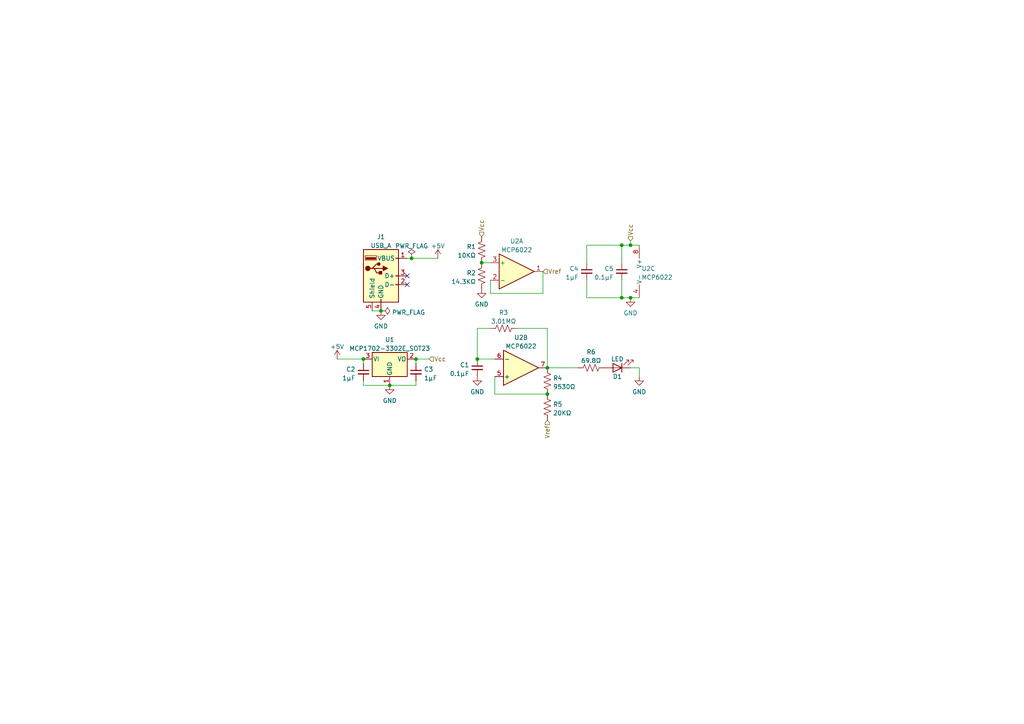
<source format=kicad_sch>
(kicad_sch (version 20211123) (generator eeschema)
  (paper "A4")
  (title_block (title "Miniproject 1") (date "2022-09-11") (rev "r1") (company "Jacob Smilg"))
  (lib_symbols
    (symbol "Amplifier_Operational:MCP6022" (pin_names (offset 0.127))
      (property "Reference" "U" (at 0 5.08 0))
      (property "Value" "MCP6022" (at 0 -5.08 0))
      (symbol "MCP6022_1_1"
        (polyline (pts (xy -5.08 5.08) (xy 5.08 0) (xy -5.08 -5.08) (xy -5.08 5.08)) (stroke (width 0.254)) (fill (type background)))
        (pin output line (at 7.62 0 180) (length 2.54) (name "~") (number "1"))
        (pin input line (at -7.62 -2.54 0) (length 2.54) (name "-") (number "2"))
        (pin input line (at -7.62 2.54 0) (length 2.54) (name "+") (number "3"))
      )
      (symbol "MCP6022_2_1"
        (polyline (pts (xy -5.08 5.08) (xy 5.08 0) (xy -5.08 -5.08) (xy -5.08 5.08)) (stroke (width 0.254)) (fill (type background)))
        (pin input line (at -7.62 2.54 0) (length 2.54) (name "+") (number "5"))
        (pin input line (at -7.62 -2.54 0) (length 2.54) (name "-") (number "6"))
        (pin output line (at 7.62 0 180) (length 2.54) (name "~") (number "7"))
      )
      (symbol "MCP6022_3_1"
        (pin power_in line (at -2.54 -7.62 90) (length 3.81) (name "V-") (number "4"))
        (pin power_in line (at -2.54 7.62 270) (length 3.81) (name "V+") (number "8"))
      )
    )
    (symbol "Connector:USB_A" (pin_names (offset 1.016))
      (property "Reference" "J" (at -5.08 11.43 0))
      (property "Value" "USB_A" (at -5.08 8.89 0))
      (symbol "USB_A_0_1"
        (rectangle (start -5.08 -7.62) (end 5.08 7.62) (stroke (width 0.254)) (fill (type background)))
        (circle (center -3.81 2.159) (radius 0.635) (stroke (width 0.254)) (fill (type outline)))
        (rectangle (start -1.524 4.826) (end -4.318 5.334) (fill (type outline)))
        (rectangle (start -1.27 4.572) (end -4.572 5.842))
        (circle (center -0.635 3.429) (radius 0.381) (stroke (width 0.254)) (fill (type outline)))
        (rectangle (start -0.127 -7.62) (end 0.127 -6.858))
        (polyline (pts (xy -3.175 2.159) (xy -2.54 2.159) (xy -1.27 3.429) (xy -0.635 3.429)) (stroke (width 0.254)))
        (polyline (pts (xy -2.54 2.159) (xy -1.905 2.159) (xy -1.27 0.889) (xy 0 0.889)) (stroke (width 0.254)))
        (polyline (pts (xy 0.635 2.794) (xy 0.635 1.524) (xy 1.905 2.159) (xy 0.635 2.794)) (stroke (width 0.254)) (fill (type outline)))
        (rectangle (start 0.254 1.27) (end -0.508 0.508) (stroke (width 0.254)) (fill (type outline)))
        (rectangle (start 5.08 -2.667) (end 4.318 -2.413))
        (rectangle (start 5.08 -0.127) (end 4.318 0.127))
        (rectangle (start 5.08 4.953) (end 4.318 5.207))
      )
      (symbol "USB_A_1_1"
        (polyline (pts (xy -1.905 2.159) (xy 0.635 2.159)) (stroke (width 0.254)))
        (pin power_in line (at 7.62 5.08 180) (length 2.54) (name "VBUS") (number "1"))
        (pin bidirectional line (at 7.62 -2.54 180) (length 2.54) (name "D-") (number "2"))
        (pin bidirectional line (at 7.62 0 180) (length 2.54) (name "D+") (number "3"))
        (pin power_in line (at 0 -10.16 90) (length 2.54) (name "GND") (number "4"))
        (pin passive line (at -2.54 -10.16 90) (length 2.54) (name "Shield") (number "5"))
      )
    )
    (symbol "Device:C_Small" (pin_numbers hide) (pin_names (offset 0.254) hide)
      (property "Reference" "C" (at 0.254 1.778 0))
      (property "Value" "C_Small" (at 0.254 -2.032 0))
      (symbol "C_Small_0_1"
        (polyline (pts (xy -1.524 -0.508) (xy 1.524 -0.508)) (stroke (width 0.3302)))
        (polyline (pts (xy -1.524 0.508) (xy 1.524 0.508)) (stroke (width 0.3048)))
      )
      (symbol "C_Small_1_1"
        (pin passive line (at 0 2.54 270) (length 2.032) (name "~") (number "1"))
        (pin passive line (at 0 -2.54 90) (length 2.032) (name "~") (number "2"))
      )
    )
    (symbol "Device:LED" (pin_numbers hide) (pin_names (offset 1.016) hide)
      (property "Reference" "D" (at 0 2.54 0))
      (property "Value" "LED" (at 0 -2.54 0))
      (symbol "LED_0_1"
        (polyline (pts (xy -1.27 -1.27) (xy -1.27 1.27)) (stroke (width 0.254)))
        (polyline (pts (xy -1.27 0) (xy 1.27 0)))
        (polyline (pts (xy 1.27 -1.27) (xy 1.27 1.27) (xy -1.27 0) (xy 1.27 -1.27)) (stroke (width 0.254)))
        (polyline (pts (xy -3.048 -0.762) (xy -4.572 -2.286) (xy -3.81 -2.286) (xy -4.572 -2.286) (xy -4.572 -1.524)))
        (polyline (pts (xy -1.778 -0.762) (xy -3.302 -2.286) (xy -2.54 -2.286) (xy -3.302 -2.286) (xy -3.302 -1.524)))
      )
      (symbol "LED_1_1"
        (pin passive line (at -3.81 0 0) (length 2.54) (name "K") (number "1"))
        (pin passive line (at 3.81 0 180) (length 2.54) (name "A") (number "2"))
      )
    )
    (symbol "Device:R_US" (pin_numbers hide) (pin_names (offset 0))
      (property "Reference" "R" (at 2.54 0 90))
      (property "Value" "R_US" (at -2.54 0 90))
      (symbol "R_US_0_1"
        (polyline (pts (xy 0 -2.286) (xy 0 -2.54)))
        (polyline (pts (xy 0 2.286) (xy 0 2.54)))
        (polyline (pts (xy 0 -0.762) (xy 1.016 -1.143) (xy 0 -1.524) (xy -1.016 -1.905) (xy 0 -2.286)))
        (polyline (pts (xy 0 0.762) (xy 1.016 0.381) (xy 0 0) (xy -1.016 -0.381) (xy 0 -0.762)))
        (polyline (pts (xy 0 2.286) (xy 1.016 1.905) (xy 0 1.524) (xy -1.016 1.143) (xy 0 0.762)))
      )
      (symbol "R_US_1_1"
        (pin passive line (at 0 3.81 270) (length 1.27) (name "~") (number "1"))
        (pin passive line (at 0 -3.81 90) (length 1.27) (name "~") (number "2"))
      )
    )
    (symbol "Regulator_Linear:MCP1700-3302E_SOT23" (pin_names (offset 0.254))
      (property "Reference" "U" (at -3.81 3.175 0))
      (property "Value" "MCP1700-3302E_SOT23" (at 0 3.175 0))
      (symbol "MCP1700-3302E_SOT23_0_1"
        (rectangle (start -5.08 1.905) (end 5.08 -5.08) (stroke (width 0.254)) (fill (type background)))
      )
      (symbol "MCP1700-3302E_SOT23_1_1"
        (pin power_in line (at 0 -7.62 90) (length 2.54) (name "GND") (number "1"))
        (pin power_out line (at 7.62 0 180) (length 2.54) (name "VO") (number "2"))
        (pin power_in line (at -7.62 0 0) (length 2.54) (name "VI") (number "3"))
      )
    )
    (symbol "power:+5V" (power) (pin_names (offset 0))
      (property "Value" "+5V" (at 0 3.556 0))
      (symbol "+5V_0_1"
        (polyline (pts (xy -0.762 1.27) (xy 0 2.54)))
        (polyline (pts (xy 0 0) (xy 0 2.54)))
        (polyline (pts (xy 0 2.54) (xy 0.762 1.27)))
      )
      (symbol "+5V_1_1"
        (pin power_in line (at 0 0 90) (length 0) hide (name "+5V") (number "1"))
      )
    )
    (symbol "power:GND" (power) (pin_names (offset 0))
      (property "Value" "GND" (at 0 -3.81 0))
      (symbol "GND_0_1"
        (polyline (pts (xy 0 0) (xy 0 -1.27) (xy 1.27 -1.27) (xy 0 -2.54) (xy -1.27 -1.27) (xy 0 -1.27)))
      )
      (symbol "GND_1_1"
        (pin power_in line (at 0 0 270) (length 0) hide (name "GND") (number "1"))
      )
    )
    (symbol "power:PWR_FLAG" (power) (pin_numbers hide) (pin_names (offset 0) hide)
      (property "Value" "PWR_FLAG" (at 0 3.81 0))
      (symbol "PWR_FLAG_0_0"
        (pin power_out line (at 0 0 90) (length 0) (name "pwr") (number "1"))
      )
      (symbol "PWR_FLAG_0_1"
        (polyline (pts (xy 0 0) (xy 0 1.27) (xy -1.016 1.905) (xy 0 2.54) (xy 1.016 1.905) (xy 0 1.27)))
      )
    )
  )
  (junction (at 113.03 111.76))
  (junction (at 139.7 76.2))
  (junction (at 180.34 71.12))
  (junction (at 138.43 104.14))
  (junction (at 180.34 86.36))
  (junction (at 182.88 86.36))
  (junction (at 120.65 104.14))
  (junction (at 110.49 90.17))
  (junction (at 119.38 74.93))
  (junction (at 182.88 71.12))
  (junction (at 105.41 104.14))
  (junction (at 158.75 106.68))
  (junction (at 158.75 114.3))
  (no_connect (at 118.11 82.55))
  (no_connect (at 118.11 80.01))
  (wire (pts (xy 158.75 95.25) (xy 158.75 106.68)))
  (wire (pts (xy 170.18 86.36) (xy 180.34 86.36)))
  (wire (pts (xy 120.65 104.14) (xy 124.46 104.14)))
  (wire (pts (xy 142.24 95.25) (xy 138.43 95.25)))
  (wire (pts (xy 157.48 85.09) (xy 157.48 78.74)))
  (wire (pts (xy 170.18 76.2) (xy 170.18 71.12)))
  (wire (pts (xy 120.65 110.49) (xy 120.65 111.76)))
  (wire (pts (xy 185.42 109.22) (xy 185.42 106.68)))
  (wire (pts (xy 149.86 95.25) (xy 158.75 95.25)))
  (wire (pts (xy 139.7 76.2) (xy 142.24 76.2)))
  (wire (pts (xy 180.34 86.36) (xy 182.88 86.36)))
  (wire (pts (xy 120.65 105.41) (xy 120.65 104.14)))
  (wire (pts (xy 120.65 111.76) (xy 113.03 111.76)))
  (wire (pts (xy 142.24 81.28) (xy 142.24 85.09)))
  (wire (pts (xy 170.18 81.28) (xy 170.18 86.36)))
  (wire (pts (xy 143.51 109.22) (xy 143.51 114.3)))
  (wire (pts (xy 107.95 90.17) (xy 110.49 90.17)))
  (wire (pts (xy 180.34 81.28) (xy 180.34 86.36)))
  (wire (pts (xy 138.43 104.14) (xy 143.51 104.14)))
  (wire (pts (xy 142.24 85.09) (xy 157.48 85.09)))
  (wire (pts (xy 138.43 95.25) (xy 138.43 104.14)))
  (wire (pts (xy 97.79 104.14) (xy 105.41 104.14)))
  (wire (pts (xy 158.75 106.68) (xy 167.64 106.68)))
  (wire (pts (xy 182.88 86.36) (xy 185.42 86.36)))
  (wire (pts (xy 143.51 114.3) (xy 158.75 114.3)))
  (wire (pts (xy 119.38 74.93) (xy 118.11 74.93)))
  (wire (pts (xy 182.88 71.12) (xy 185.42 71.12)))
  (wire (pts (xy 105.41 111.76) (xy 113.03 111.76)))
  (wire (pts (xy 182.88 69.85) (xy 182.88 71.12)))
  (wire (pts (xy 180.34 71.12) (xy 180.34 76.2)))
  (wire (pts (xy 105.41 105.41) (xy 105.41 104.14)))
  (wire (pts (xy 105.41 110.49) (xy 105.41 111.76)))
  (wire (pts (xy 185.42 106.68) (xy 182.88 106.68)))
  (wire (pts (xy 180.34 71.12) (xy 182.88 71.12)))
  (wire (pts (xy 170.18 71.12) (xy 180.34 71.12)))
  (wire (pts (xy 127 74.93) (xy 119.38 74.93)))
  (hierarchical_label "Vcc" (shape input) (at 124.46 104.14 0))
  (hierarchical_label "Vcc" (shape input) (at 139.7 68.58 90))
  (hierarchical_label "Vref" (shape input) (at 157.48 78.74 0))
  (hierarchical_label "Vref" (shape input) (at 158.75 121.92 270))
  (hierarchical_label "Vcc" (shape input) (at 182.88 69.85 90))
  (symbol (lib_id "Amplifier_Operational:MCP6022") (at 151.13 106.68 0) (mirror x) (unit 2)
    (property "Reference" "U2" (at 151.13 97.9002 0))
    (property "Value" "MCP6022" (at 151.13 100.4371 0))
    (property "Footprint" "Package_SO:TSSOP-8_4.4x3mm_P0.65mm" (effects hide))
    (property "Datasheet" "http://ww1.microchip.com/downloads/en/devicedoc/20001685e.pdf" (effects hide))
  )
  (symbol (lib_id "power:GND") (at 185.42 109.22 0) (unit 1)
    (property "Reference" "#PWR08" (effects hide))
    (property "Value" "GND" (at 185.42 113.6634 0))
  )
  (symbol (lib_id "Connector:USB_A") (at 110.49 80.01 0) (unit 1)
    (property "Reference" "J1" (at 110.49 68.6902 0))
    (property "Value" "USB_A" (at 110.49 71.2271 0))
    (property "Footprint" "MP1:USB_A_Molex_48037" (effects hide))
    (property "Datasheet" "https://www.molex.com/pdm_docs/sd/480370001_sd.pdf" (effects hide))
  )
  (symbol (lib_id "power:GND") (at 182.88 86.36 0) (unit 1)
    (property "Reference" "#PWR01" (effects hide))
    (property "Value" "GND" (at 182.88 90.8034 0))
  )
  (symbol (lib_id "Device:R_US") (at 146.05 95.25 90) (unit 1)
    (property "Reference" "R3" (at 146.05 90.6612 90))
    (property "Value" "3.01MΩ" (at 146.05 93.1981 90))
    (property "Footprint" "Resistor_SMD:R_0603_1608Metric" (effects hide))
  )
  (symbol (lib_id "power:+5V") (at 97.79 104.14 0) (unit 1)
    (property "Reference" "#PWR04" (effects hide))
    (property "Value" "+5V" (at 97.79 100.5642 0))
  )
  (symbol (lib_id "Device:C_Small") (at 180.34 78.74 0) (mirror y) (unit 1)
    (property "Reference" "C5" (at 178.0159 77.9116 0) (effects (justify left)))
    (property "Value" "0.1μF" (at 178.0159 80.4485 0) (effects (justify left)))
    (property "Footprint" "Capacitor_SMD:C_0603_1608Metric" (effects hide))
  )
  (symbol (lib_id "Amplifier_Operational:MCP6022") (at 187.96 78.74 0) (unit 3)
    (property "Reference" "U2" (at 186.055 77.9053 0) (effects (justify left)))
    (property "Value" "MCP6022" (at 186.055 80.4422 0) (effects (justify left)))
    (property "Footprint" "Package_SO:TSSOP-8_4.4x3mm_P0.65mm" (effects hide))
    (property "Datasheet" "http://ww1.microchip.com/downloads/en/devicedoc/20001685e.pdf" (effects hide))
  )
  (symbol (lib_id "Device:R_US") (at 139.7 72.39 0) (mirror y) (unit 1)
    (property "Reference" "R1" (at 138.049 71.5553 0) (effects (justify left)))
    (property "Value" "10KΩ" (at 138.049 74.0922 0) (effects (justify left)))
    (property "Footprint" "Resistor_SMD:R_0603_1608Metric" (effects hide))
  )
  (symbol (lib_id "Device:R_US") (at 139.7 80.01 0) (mirror y) (unit 1)
    (property "Reference" "R2" (at 138.049 79.1753 0) (effects (justify left)))
    (property "Value" "14.3KΩ" (at 138.049 81.7122 0) (effects (justify left)))
    (property "Footprint" "Resistor_SMD:R_0603_1608Metric" (effects hide))
  )
  (symbol (lib_id "Device:C_Small") (at 138.43 106.68 0) (mirror y) (unit 1)
    (property "Reference" "C1" (at 136.1059 105.8516 0) (effects (justify left)))
    (property "Value" "0.1μF" (at 136.1059 108.3885 0) (effects (justify left)))
    (property "Footprint" "Capacitor_SMD:C_0603_1608Metric" (effects hide))
  )
  (symbol (lib_id "Device:C_Small") (at 120.65 107.95 0) (unit 1)
    (property "Reference" "C3" (at 122.9741 107.1216 0) (effects (justify left)))
    (property "Value" "1μF" (at 122.9741 109.6585 0) (effects (justify left)))
    (property "Footprint" "Capacitor_SMD:C_0603_1608Metric" (effects hide))
  )
  (symbol (lib_id "power:PWR_FLAG") (at 110.49 90.17 270) (unit 1)
    (property "Reference" "#FLG0102" (effects hide))
    (property "Value" "PWR_FLAG" (at 113.665 90.6038 90) (effects (justify left)))
  )
  (symbol (lib_id "power:GND") (at 139.7 83.82 0) (unit 1)
    (property "Reference" "#PWR07" (effects hide))
    (property "Value" "GND" (at 139.7 88.2634 0))
  )
  (symbol (lib_id "power:PWR_FLAG") (at 119.38 74.93 0) (unit 1)
    (property "Reference" "#FLG0101" (effects hide))
    (property "Value" "PWR_FLAG" (at 119.38 71.3542 0))
  )
  (symbol (lib_id "power:GND") (at 138.43 109.22 0) (unit 1)
    (property "Reference" "#PWR05" (effects hide))
    (property "Value" "GND" (at 138.43 113.6634 0))
  )
  (symbol (lib_id "Device:R_US") (at 171.45 106.68 90) (unit 1)
    (property "Reference" "R6" (at 171.45 102.0912 90))
    (property "Value" "69.8Ω" (at 171.45 104.6281 90))
    (property "Footprint" "Resistor_SMD:R_0603_1608Metric" (effects hide))
  )
  (symbol (lib_id "Device:C_Small") (at 105.41 107.95 0) (mirror y) (unit 1)
    (property "Reference" "C2" (at 103.0859 107.1216 0) (effects (justify left)))
    (property "Value" "1μF" (at 103.0859 109.6585 0) (effects (justify left)))
    (property "Footprint" "Capacitor_SMD:C_0603_1608Metric" (effects hide))
  )
  (symbol (lib_id "Device:C_Small") (at 170.18 78.74 0) (mirror y) (unit 1)
    (property "Reference" "C4" (at 167.8559 77.9116 0) (effects (justify left)))
    (property "Value" "1μF" (at 167.8559 80.4485 0) (effects (justify left)))
    (property "Footprint" "Capacitor_SMD:C_0603_1608Metric" (effects hide))
  )
  (symbol (lib_id "Regulator_Linear:MCP1700-3302E_SOT23") (at 113.03 104.14 0) (unit 1)
    (property "Reference" "U1" (at 113.03 98.5352 0))
    (property "Value" "MCP1702-3302E_SOT23" (at 113.03 101.0721 0))
    (property "Footprint" "Package_TO_SOT_SMD:SOT-23" (effects hide))
    (property "Datasheet" "https://ww1.microchip.com/downloads/en/DeviceDoc/22008E.pdf" (effects hide))
  )
  (symbol (lib_id "Device:R_US") (at 158.75 118.11 0) (unit 1)
    (property "Reference" "R5" (at 160.401 117.2753 0) (effects (justify left)))
    (property "Value" "20KΩ" (at 160.401 119.8122 0) (effects (justify left)))
    (property "Footprint" "Resistor_SMD:R_0603_1608Metric" (effects hide))
  )
  (symbol (lib_id "power:GND") (at 110.49 90.17 0) (unit 1)
    (property "Reference" "#PWR02" (effects hide))
    (property "Value" "GND" (at 110.49 94.6134 0))
  )
  (symbol (lib_id "Amplifier_Operational:MCP6022") (at 149.86 78.74 0) (unit 1)
    (property "Reference" "U2" (at 149.86 69.9602 0))
    (property "Value" "MCP6022" (at 149.86 72.4971 0))
    (property "Footprint" "Package_SO:TSSOP-8_4.4x3mm_P0.65mm" (effects hide))
    (property "Datasheet" "http://ww1.microchip.com/downloads/en/devicedoc/20001685e.pdf" (effects hide))
  )
  (symbol (lib_id "Device:R_US") (at 158.75 110.49 0) (unit 1)
    (property "Reference" "R4" (at 160.401 109.6553 0) (effects (justify left)))
    (property "Value" "9530Ω" (at 160.401 112.1922 0) (effects (justify left)))
    (property "Footprint" "Resistor_SMD:R_0603_1608Metric" (effects hide))
  )
  (symbol (lib_id "power:+5V") (at 127 74.93 0) (unit 1)
    (property "Reference" "#PWR03" (effects hide))
    (property "Value" "+5V" (at 127 71.3542 0))
  )
  (symbol (lib_id "Device:LED") (at 179.07 106.68 180) (unit 1)
    (property "Reference" "D1" (at 179.07 109.22 0))
    (property "Value" "LED" (at 179.07 104.14 0))
    (property "Footprint" "Diode_SMD:D_0805_2012Metric" (effects hide))
    (property "Datasheet" "https://optoelectronics.liteon.com/upload/download/DS22-2000-109/LTST-C171KRKT.pdf" (effects hide))
  )
  (symbol (lib_id "power:GND") (at 113.03 111.76 0) (unit 1)
    (property "Reference" "#PWR06" (effects hide))
    (property "Value" "GND" (at 113.03 116.2034 0))
  )
)
</source>
